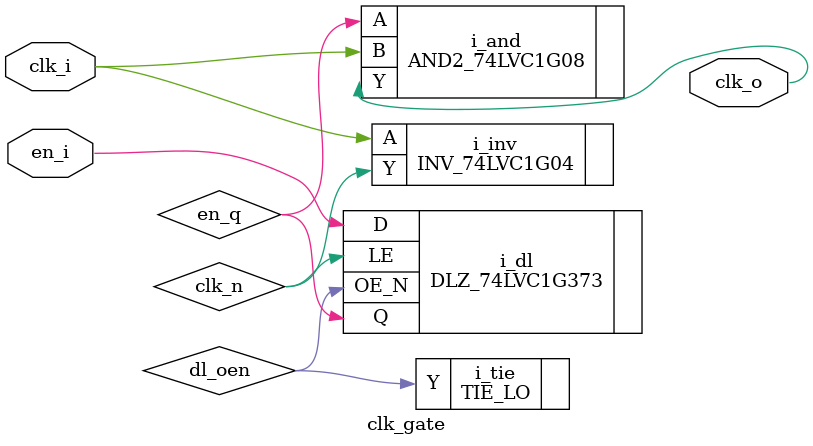
<source format=v>

module clk_gate (
  `ifdef PWR_PINS
  input  VDD,
  input  GND,
  `endif
  input  clk_i,
  input  en_i,
  output clk_o
);
  wire clk_n, dl_oen;
  wire en_q;

  INV_74LVC1G04 i_inv (
  `ifdef PWR_PINS
    .VDD ( VDD ),
    .GND ( GND ),
  `endif
    .A ( clk_i ),
    .Y ( clk_n )
  );

  TIE_LO i_tie (
    .Y ( dl_oen )
  );

  DLZ_74LVC1G373 i_dl (
  `ifdef PWR_PINS
    .VDD ( VDD ),
    .GND ( GND ),
  `endif
    .LE   ( clk_n  ),
    .OE_N ( dl_oen ),
    .D    ( en_i   ),
    .Q    ( en_q   )
  );

  AND2_74LVC1G08 i_and (
  `ifdef PWR_PINS
    .VDD ( VDD ),
    .GND ( GND ),
  `endif
    .A ( en_q  ),
    .B ( clk_i ),
    .Y ( clk_o )
  );
endmodule

</source>
